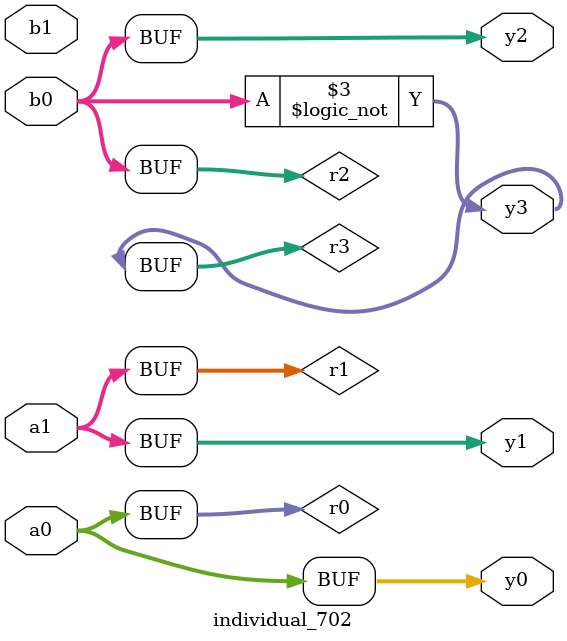
<source format=sv>
module individual_702(input logic [15:0] a1, input logic [15:0] a0, input logic [15:0] b1, input logic [15:0] b0, output logic [15:0] y3, output logic [15:0] y2, output logic [15:0] y1, output logic [15:0] y0);
logic [15:0] r0, r1, r2, r3; 
 always@(*) begin 
	 r0 = a0; r1 = a1; r2 = b0; r3 = b1; 
 	 r3  &=  b1 ;
 	 r3 = ! r2 ;
 	 y3 = r3; y2 = r2; y1 = r1; y0 = r0; 
end
endmodule
</source>
